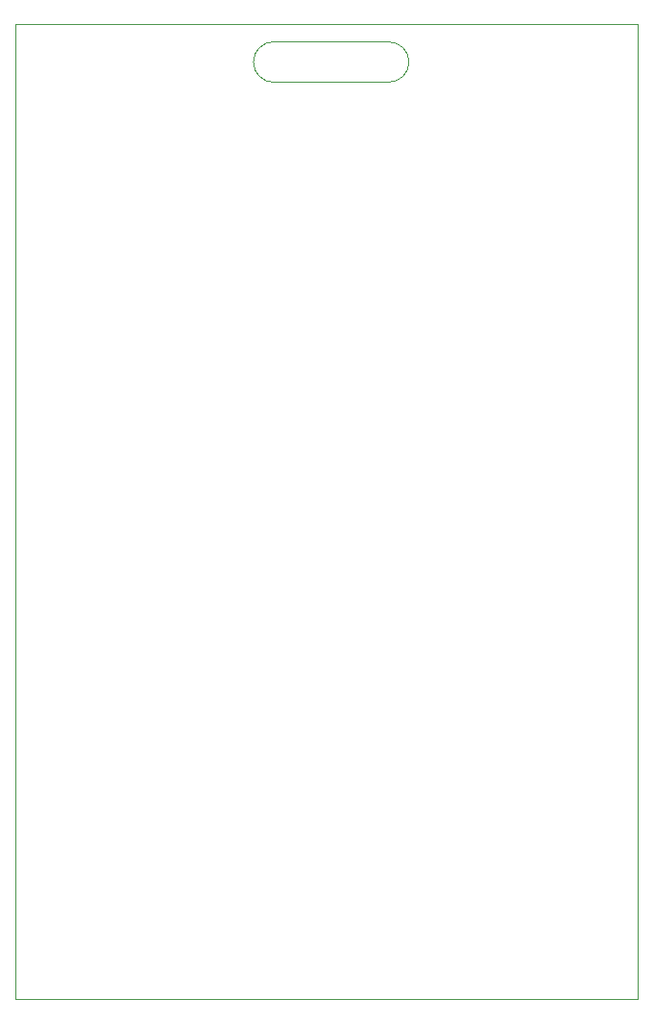
<source format=gm1>
G04 #@! TF.GenerationSoftware,KiCad,Pcbnew,(5.0.0)*
G04 #@! TF.CreationDate,2018-09-20T09:30:45-05:00*
G04 #@! TF.ProjectId,El_Santo,456C5F53616E746F2E6B696361645F70,V1.0*
G04 #@! TF.SameCoordinates,Original*
G04 #@! TF.FileFunction,Profile,NP*
%FSLAX46Y46*%
G04 Gerber Fmt 4.6, Leading zero omitted, Abs format (unit mm)*
G04 Created by KiCad (PCBNEW (5.0.0)) date 09/20/18 09:30:45*
%MOMM*%
%LPD*%
G01*
G04 APERTURE LIST*
%ADD10C,0.025400*%
G04 APERTURE END LIST*
D10*
X161671000Y-44450000D02*
G75*
G02X159893000Y-46228000I-1778000J0D01*
G01*
X159893000Y-42672000D02*
G75*
G02X161671000Y-44450000I0J-1778000D01*
G01*
X149733000Y-46228000D02*
G75*
G02X147955000Y-44450000I0J1778000D01*
G01*
X147955000Y-44450000D02*
G75*
G02X149733000Y-42672000I1778000J0D01*
G01*
X149733000Y-46228000D02*
X159893000Y-46228000D01*
X149733000Y-42672000D02*
X159893000Y-42672000D01*
X127000000Y-41148000D02*
X181864000Y-41148000D01*
X181864000Y-127000000D02*
X181864000Y-41148000D01*
X127000000Y-127000000D02*
X127000000Y-41148000D01*
X127000000Y-127000000D02*
X181864000Y-127000000D01*
M02*

</source>
